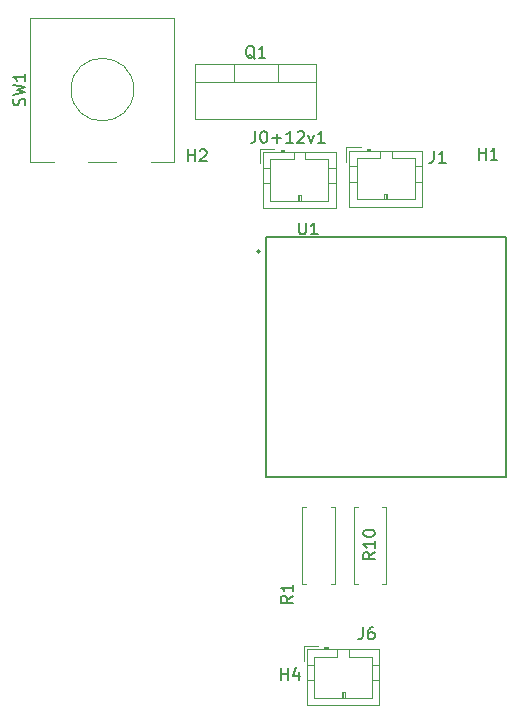
<source format=gbr>
%TF.GenerationSoftware,KiCad,Pcbnew,(6.0.6)*%
%TF.CreationDate,2023-03-26T16:02:17-07:00*%
%TF.ProjectId,SimplePCB-JST,53696d70-6c65-4504-9342-2d4a53542e6b,rev?*%
%TF.SameCoordinates,Original*%
%TF.FileFunction,Legend,Top*%
%TF.FilePolarity,Positive*%
%FSLAX46Y46*%
G04 Gerber Fmt 4.6, Leading zero omitted, Abs format (unit mm)*
G04 Created by KiCad (PCBNEW (6.0.6)) date 2023-03-26 16:02:17*
%MOMM*%
%LPD*%
G01*
G04 APERTURE LIST*
%ADD10C,0.150000*%
%ADD11C,0.120000*%
%ADD12C,0.127000*%
%ADD13C,0.200000*%
G04 APERTURE END LIST*
D10*
%TO.C,J0+12v1*%
X77618095Y-32152380D02*
X77618095Y-32866666D01*
X77570476Y-33009523D01*
X77475238Y-33104761D01*
X77332380Y-33152380D01*
X77237142Y-33152380D01*
X78284761Y-32152380D02*
X78380000Y-32152380D01*
X78475238Y-32200000D01*
X78522857Y-32247619D01*
X78570476Y-32342857D01*
X78618095Y-32533333D01*
X78618095Y-32771428D01*
X78570476Y-32961904D01*
X78522857Y-33057142D01*
X78475238Y-33104761D01*
X78380000Y-33152380D01*
X78284761Y-33152380D01*
X78189523Y-33104761D01*
X78141904Y-33057142D01*
X78094285Y-32961904D01*
X78046666Y-32771428D01*
X78046666Y-32533333D01*
X78094285Y-32342857D01*
X78141904Y-32247619D01*
X78189523Y-32200000D01*
X78284761Y-32152380D01*
X79046666Y-32771428D02*
X79808571Y-32771428D01*
X79427619Y-33152380D02*
X79427619Y-32390476D01*
X80808571Y-33152380D02*
X80237142Y-33152380D01*
X80522857Y-33152380D02*
X80522857Y-32152380D01*
X80427619Y-32295238D01*
X80332380Y-32390476D01*
X80237142Y-32438095D01*
X81189523Y-32247619D02*
X81237142Y-32200000D01*
X81332380Y-32152380D01*
X81570476Y-32152380D01*
X81665714Y-32200000D01*
X81713333Y-32247619D01*
X81760952Y-32342857D01*
X81760952Y-32438095D01*
X81713333Y-32580952D01*
X81141904Y-33152380D01*
X81760952Y-33152380D01*
X82094285Y-32485714D02*
X82332380Y-33152380D01*
X82570476Y-32485714D01*
X83475238Y-33152380D02*
X82903809Y-33152380D01*
X83189523Y-33152380D02*
X83189523Y-32152380D01*
X83094285Y-32295238D01*
X82999047Y-32390476D01*
X82903809Y-32438095D01*
%TO.C,R10*%
X87752380Y-67822857D02*
X87276190Y-68156190D01*
X87752380Y-68394285D02*
X86752380Y-68394285D01*
X86752380Y-68013333D01*
X86800000Y-67918095D01*
X86847619Y-67870476D01*
X86942857Y-67822857D01*
X87085714Y-67822857D01*
X87180952Y-67870476D01*
X87228571Y-67918095D01*
X87276190Y-68013333D01*
X87276190Y-68394285D01*
X87752380Y-66870476D02*
X87752380Y-67441904D01*
X87752380Y-67156190D02*
X86752380Y-67156190D01*
X86895238Y-67251428D01*
X86990476Y-67346666D01*
X87038095Y-67441904D01*
X86752380Y-66251428D02*
X86752380Y-66156190D01*
X86800000Y-66060952D01*
X86847619Y-66013333D01*
X86942857Y-65965714D01*
X87133333Y-65918095D01*
X87371428Y-65918095D01*
X87561904Y-65965714D01*
X87657142Y-66013333D01*
X87704761Y-66060952D01*
X87752380Y-66156190D01*
X87752380Y-66251428D01*
X87704761Y-66346666D01*
X87657142Y-66394285D01*
X87561904Y-66441904D01*
X87371428Y-66489523D01*
X87133333Y-66489523D01*
X86942857Y-66441904D01*
X86847619Y-66394285D01*
X86800000Y-66346666D01*
X86752380Y-66251428D01*
%TO.C,U1*%
X81320595Y-39909880D02*
X81320595Y-40719404D01*
X81368214Y-40814642D01*
X81415833Y-40862261D01*
X81511071Y-40909880D01*
X81701547Y-40909880D01*
X81796785Y-40862261D01*
X81844404Y-40814642D01*
X81892023Y-40719404D01*
X81892023Y-39909880D01*
X82892023Y-40909880D02*
X82320595Y-40909880D01*
X82606309Y-40909880D02*
X82606309Y-39909880D01*
X82511071Y-40052738D01*
X82415833Y-40147976D01*
X82320595Y-40195595D01*
%TO.C,Q1*%
X77564761Y-26042619D02*
X77469523Y-25995000D01*
X77374285Y-25899761D01*
X77231428Y-25756904D01*
X77136190Y-25709285D01*
X77040952Y-25709285D01*
X77088571Y-25947380D02*
X76993333Y-25899761D01*
X76898095Y-25804523D01*
X76850476Y-25614047D01*
X76850476Y-25280714D01*
X76898095Y-25090238D01*
X76993333Y-24995000D01*
X77088571Y-24947380D01*
X77279047Y-24947380D01*
X77374285Y-24995000D01*
X77469523Y-25090238D01*
X77517142Y-25280714D01*
X77517142Y-25614047D01*
X77469523Y-25804523D01*
X77374285Y-25899761D01*
X77279047Y-25947380D01*
X77088571Y-25947380D01*
X78469523Y-25947380D02*
X77898095Y-25947380D01*
X78183809Y-25947380D02*
X78183809Y-24947380D01*
X78088571Y-25090238D01*
X77993333Y-25185476D01*
X77898095Y-25233095D01*
%TO.C,H1*%
X96538095Y-34572380D02*
X96538095Y-33572380D01*
X96538095Y-34048571D02*
X97109523Y-34048571D01*
X97109523Y-34572380D02*
X97109523Y-33572380D01*
X98109523Y-34572380D02*
X97538095Y-34572380D01*
X97823809Y-34572380D02*
X97823809Y-33572380D01*
X97728571Y-33715238D01*
X97633333Y-33810476D01*
X97538095Y-33858095D01*
%TO.C,J1*%
X92736666Y-33842380D02*
X92736666Y-34556666D01*
X92689047Y-34699523D01*
X92593809Y-34794761D01*
X92450952Y-34842380D01*
X92355714Y-34842380D01*
X93736666Y-34842380D02*
X93165238Y-34842380D01*
X93450952Y-34842380D02*
X93450952Y-33842380D01*
X93355714Y-33985238D01*
X93260476Y-34080476D01*
X93165238Y-34128095D01*
%TO.C,H4*%
X79808095Y-78622380D02*
X79808095Y-77622380D01*
X79808095Y-78098571D02*
X80379523Y-78098571D01*
X80379523Y-78622380D02*
X80379523Y-77622380D01*
X81284285Y-77955714D02*
X81284285Y-78622380D01*
X81046190Y-77574761D02*
X80808095Y-78289047D01*
X81427142Y-78289047D01*
%TO.C,R1*%
X80779880Y-71516666D02*
X80303690Y-71850000D01*
X80779880Y-72088095D02*
X79779880Y-72088095D01*
X79779880Y-71707142D01*
X79827500Y-71611904D01*
X79875119Y-71564285D01*
X79970357Y-71516666D01*
X80113214Y-71516666D01*
X80208452Y-71564285D01*
X80256071Y-71611904D01*
X80303690Y-71707142D01*
X80303690Y-72088095D01*
X80779880Y-70564285D02*
X80779880Y-71135714D01*
X80779880Y-70850000D02*
X79779880Y-70850000D01*
X79922738Y-70945238D01*
X80017976Y-71040476D01*
X80065595Y-71135714D01*
%TO.C,SW1*%
X58074761Y-29983333D02*
X58122380Y-29840476D01*
X58122380Y-29602380D01*
X58074761Y-29507142D01*
X58027142Y-29459523D01*
X57931904Y-29411904D01*
X57836666Y-29411904D01*
X57741428Y-29459523D01*
X57693809Y-29507142D01*
X57646190Y-29602380D01*
X57598571Y-29792857D01*
X57550952Y-29888095D01*
X57503333Y-29935714D01*
X57408095Y-29983333D01*
X57312857Y-29983333D01*
X57217619Y-29935714D01*
X57170000Y-29888095D01*
X57122380Y-29792857D01*
X57122380Y-29554761D01*
X57170000Y-29411904D01*
X57122380Y-29078571D02*
X58122380Y-28840476D01*
X57408095Y-28650000D01*
X58122380Y-28459523D01*
X57122380Y-28221428D01*
X58122380Y-27316666D02*
X58122380Y-27888095D01*
X58122380Y-27602380D02*
X57122380Y-27602380D01*
X57265238Y-27697619D01*
X57360476Y-27792857D01*
X57408095Y-27888095D01*
%TO.C,H2*%
X71918095Y-34722380D02*
X71918095Y-33722380D01*
X71918095Y-34198571D02*
X72489523Y-34198571D01*
X72489523Y-34722380D02*
X72489523Y-33722380D01*
X72918095Y-33817619D02*
X72965714Y-33770000D01*
X73060952Y-33722380D01*
X73299047Y-33722380D01*
X73394285Y-33770000D01*
X73441904Y-33817619D01*
X73489523Y-33912857D01*
X73489523Y-34008095D01*
X73441904Y-34150952D01*
X72870476Y-34722380D01*
X73489523Y-34722380D01*
%TO.C,J6*%
X86716666Y-74192380D02*
X86716666Y-74906666D01*
X86669047Y-75049523D01*
X86573809Y-75144761D01*
X86430952Y-75192380D01*
X86335714Y-75192380D01*
X87621428Y-74192380D02*
X87430952Y-74192380D01*
X87335714Y-74240000D01*
X87288095Y-74287619D01*
X87192857Y-74430476D01*
X87145238Y-74620952D01*
X87145238Y-75001904D01*
X87192857Y-75097142D01*
X87240476Y-75144761D01*
X87335714Y-75192380D01*
X87526190Y-75192380D01*
X87621428Y-75144761D01*
X87669047Y-75097142D01*
X87716666Y-75001904D01*
X87716666Y-74763809D01*
X87669047Y-74668571D01*
X87621428Y-74620952D01*
X87526190Y-74573333D01*
X87335714Y-74573333D01*
X87240476Y-74620952D01*
X87192857Y-74668571D01*
X87145238Y-74763809D01*
D11*
%TO.C,J0+12v1*%
X79750000Y-33740000D02*
X79750000Y-33940000D01*
X78900000Y-38050000D02*
X83800000Y-38050000D01*
X83800000Y-38050000D02*
X83800000Y-34550000D01*
X78290000Y-36550000D02*
X78900000Y-36550000D01*
X81450000Y-37550000D02*
X81450000Y-38050000D01*
X80850000Y-33940000D02*
X80850000Y-34550000D01*
X78900000Y-34550000D02*
X78900000Y-38050000D01*
X80050000Y-33940000D02*
X80050000Y-33740000D01*
X78290000Y-33940000D02*
X78290000Y-38660000D01*
X84410000Y-33940000D02*
X78290000Y-33940000D01*
X80850000Y-34550000D02*
X78900000Y-34550000D01*
X84410000Y-36550000D02*
X83800000Y-36550000D01*
X83800000Y-34550000D02*
X81850000Y-34550000D01*
X78290000Y-35250000D02*
X78900000Y-35250000D01*
X81350000Y-38050000D02*
X81350000Y-37550000D01*
X81250000Y-37550000D02*
X81450000Y-37550000D01*
X84410000Y-38660000D02*
X84410000Y-33940000D01*
X80050000Y-33840000D02*
X79750000Y-33840000D01*
X81850000Y-34550000D02*
X81850000Y-33940000D01*
X77990000Y-33640000D02*
X77990000Y-34890000D01*
X79240000Y-33640000D02*
X77990000Y-33640000D01*
X78290000Y-38660000D02*
X84410000Y-38660000D01*
X84410000Y-35250000D02*
X83800000Y-35250000D01*
X80050000Y-33740000D02*
X79750000Y-33740000D01*
X81250000Y-38050000D02*
X81250000Y-37550000D01*
%TO.C,R10*%
X85955000Y-70545000D02*
X86285000Y-70545000D01*
X88695000Y-64005000D02*
X88695000Y-70545000D01*
X85955000Y-64005000D02*
X85955000Y-70545000D01*
X86285000Y-64005000D02*
X85955000Y-64005000D01*
X88365000Y-64005000D02*
X88695000Y-64005000D01*
X88695000Y-70545000D02*
X88365000Y-70545000D01*
D12*
%TO.C,U1*%
X78522500Y-61410000D02*
X78522500Y-41090000D01*
X78522500Y-41090000D02*
X98842500Y-41090000D01*
X98842500Y-41090000D02*
X98842500Y-61410000D01*
X98842500Y-61410000D02*
X78522500Y-61410000D01*
D13*
X77982500Y-42360000D02*
G75*
G03*
X77982500Y-42360000I-100000J0D01*
G01*
D11*
%TO.C,Q1*%
X72540000Y-26495000D02*
X82780000Y-26495000D01*
X75810000Y-26495000D02*
X75810000Y-28005000D01*
X79511000Y-26495000D02*
X79511000Y-28005000D01*
X72540000Y-26495000D02*
X72540000Y-31136000D01*
X72540000Y-31136000D02*
X82780000Y-31136000D01*
X82780000Y-26495000D02*
X82780000Y-31136000D01*
X72540000Y-28005000D02*
X82780000Y-28005000D01*
%TO.C,J1*%
X87050000Y-33640000D02*
X87050000Y-33840000D01*
X86200000Y-37950000D02*
X91100000Y-37950000D01*
X91100000Y-37950000D02*
X91100000Y-34450000D01*
X85590000Y-36450000D02*
X86200000Y-36450000D01*
X88750000Y-37450000D02*
X88750000Y-37950000D01*
X88150000Y-33840000D02*
X88150000Y-34450000D01*
X86200000Y-34450000D02*
X86200000Y-37950000D01*
X87350000Y-33840000D02*
X87350000Y-33640000D01*
X85590000Y-33840000D02*
X85590000Y-38560000D01*
X91710000Y-33840000D02*
X85590000Y-33840000D01*
X88150000Y-34450000D02*
X86200000Y-34450000D01*
X91710000Y-36450000D02*
X91100000Y-36450000D01*
X91100000Y-34450000D02*
X89150000Y-34450000D01*
X85590000Y-35150000D02*
X86200000Y-35150000D01*
X88650000Y-37950000D02*
X88650000Y-37450000D01*
X88550000Y-37450000D02*
X88750000Y-37450000D01*
X91710000Y-38560000D02*
X91710000Y-33840000D01*
X87350000Y-33740000D02*
X87050000Y-33740000D01*
X89150000Y-34450000D02*
X89150000Y-33840000D01*
X85290000Y-33540000D02*
X85290000Y-34790000D01*
X86540000Y-33540000D02*
X85290000Y-33540000D01*
X85590000Y-38560000D02*
X91710000Y-38560000D01*
X91710000Y-35150000D02*
X91100000Y-35150000D01*
X87350000Y-33640000D02*
X87050000Y-33640000D01*
X88550000Y-37950000D02*
X88550000Y-37450000D01*
%TO.C,R1*%
X84330000Y-64005000D02*
X84000000Y-64005000D01*
X81590000Y-70545000D02*
X81590000Y-64005000D01*
X84330000Y-70545000D02*
X84330000Y-64005000D01*
X84000000Y-70545000D02*
X84330000Y-70545000D01*
X81920000Y-70545000D02*
X81590000Y-70545000D01*
X81590000Y-64005000D02*
X81920000Y-64005000D01*
%TO.C,SW1*%
X63480000Y-34750000D02*
X65860000Y-34750000D01*
X58570000Y-34750000D02*
X58570000Y-22550000D01*
X70770000Y-34750000D02*
X68780000Y-34750000D01*
X70770000Y-22550000D02*
X70770000Y-34750000D01*
X58570000Y-22550000D02*
X70770000Y-22550000D01*
X60560000Y-34750000D02*
X58570000Y-34750000D01*
X67320000Y-28650000D02*
G75*
G03*
X67320000Y-28650000I-2650000J0D01*
G01*
%TO.C,J6*%
X83470000Y-75840000D02*
X83470000Y-76040000D01*
X82620000Y-80150000D02*
X87520000Y-80150000D01*
X87520000Y-80150000D02*
X87520000Y-76650000D01*
X82010000Y-78650000D02*
X82620000Y-78650000D01*
X85170000Y-79650000D02*
X85170000Y-80150000D01*
X84570000Y-76040000D02*
X84570000Y-76650000D01*
X82620000Y-76650000D02*
X82620000Y-80150000D01*
X83770000Y-76040000D02*
X83770000Y-75840000D01*
X82010000Y-76040000D02*
X82010000Y-80760000D01*
X88130000Y-76040000D02*
X82010000Y-76040000D01*
X84570000Y-76650000D02*
X82620000Y-76650000D01*
X88130000Y-78650000D02*
X87520000Y-78650000D01*
X87520000Y-76650000D02*
X85570000Y-76650000D01*
X82010000Y-77350000D02*
X82620000Y-77350000D01*
X85070000Y-80150000D02*
X85070000Y-79650000D01*
X84970000Y-79650000D02*
X85170000Y-79650000D01*
X88130000Y-80760000D02*
X88130000Y-76040000D01*
X83770000Y-75940000D02*
X83470000Y-75940000D01*
X85570000Y-76650000D02*
X85570000Y-76040000D01*
X81710000Y-75740000D02*
X81710000Y-76990000D01*
X82960000Y-75740000D02*
X81710000Y-75740000D01*
X82010000Y-80760000D02*
X88130000Y-80760000D01*
X88130000Y-77350000D02*
X87520000Y-77350000D01*
X83770000Y-75840000D02*
X83470000Y-75840000D01*
X84970000Y-80150000D02*
X84970000Y-79650000D01*
%TD*%
M02*

</source>
